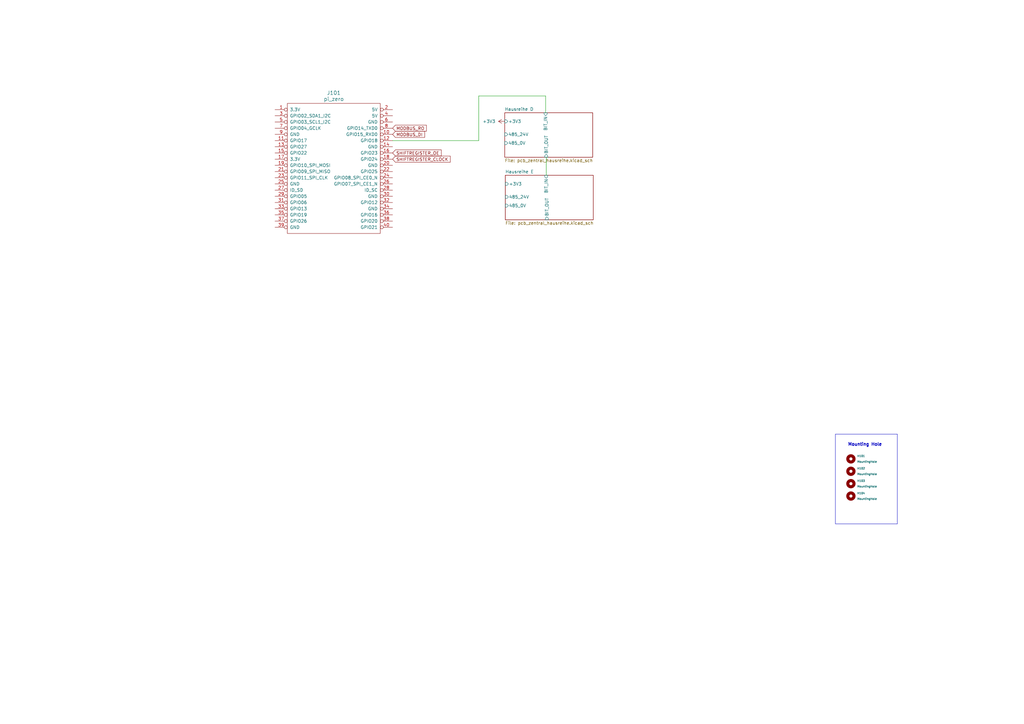
<source format=kicad_sch>
(kicad_sch (version 20230121) (generator eeschema)
  (paper "A3")
  (title_block (title "Heizung Pünterswis - pcb_zentral") (date "2023-11-19") (rev "0.1") (company "www.positron.ch") (comment 1 "Released under MIT Open-source License") (comment 2 "Based on work from Vishnu Mohanan, CIRCUITSTATE Electronics LLP"))
  (lib_symbols
    (symbol "00_project_library:MountingHole" (pin_names (offset 1.016))
      (property "Reference" "H" (at 0 5.08 0))
      (property "Value" "MountingHole" (at 0 3.175 0))
      (symbol "MountingHole_0_1"
        (circle (center 0 0) (radius 1.27) (stroke (width 1.27)))
      )
    )
    (symbol "00_project_library:pi_zero" (pin_names (offset 1.016))
      (property "Reference" "J" (at 19.05 6.35 0))
      (property "Value" "pi_zero" (at 19.05 3.81 0))
      (symbol "pi_zero_0_1"
        (rectangle (start 0 2.54) (end 38.1 -50.8))
      )
      (symbol "pi_zero_1_1"
        (pin power_in inverted (at -5.08 0 0) (length 5.08) (name "3.3V") (number "1"))
        (pin bidirectional inverted (at 43.18 -10.16 180) (length 5.08) (name "GPIO15_RXD0") (number "10"))
        (pin bidirectional inverted (at -5.08 -12.7 0) (length 5.08) (name "GPIO17") (number "11"))
        (pin bidirectional inverted (at 43.18 -12.7 180) (length 5.08) (name "GPIO18") (number "12"))
        (pin bidirectional inverted (at -5.08 -15.24 0) (length 5.08) (name "GPIO27") (number "13"))
        (pin power_in inverted (at 43.18 -15.24 180) (length 5.08) (name "GND") (number "14"))
        (pin bidirectional inverted (at -5.08 -17.78 0) (length 5.08) (name "GPIO22") (number "15"))
        (pin bidirectional inverted (at 43.18 -17.78 180) (length 5.08) (name "GPIO23") (number "16"))
        (pin power_in inverted (at -5.08 -20.32 0) (length 5.08) (name "3.3V") (number "17"))
        (pin bidirectional inverted (at 43.18 -20.32 180) (length 5.08) (name "GPIO24") (number "18"))
        (pin bidirectional inverted (at -5.08 -22.86 0) (length 5.08) (name "GPIO10_SPI_MOSI") (number "19"))
        (pin power_in inverted (at 43.18 0 180) (length 5.08) (name "5V") (number "2"))
        (pin power_in inverted (at 43.18 -22.86 180) (length 5.08) (name "GND") (number "20"))
        (pin bidirectional inverted (at -5.08 -25.4 0) (length 5.08) (name "GPIO09_SPI_MISO") (number "21"))
        (pin bidirectional inverted (at 43.18 -25.4 180) (length 5.08) (name "GPIO25") (number "22"))
        (pin bidirectional inverted (at -5.08 -27.94 0) (length 5.08) (name "GPIO11_SPI_CLK") (number "23"))
        (pin bidirectional inverted (at 43.18 -27.94 180) (length 5.08) (name "GPIO08_SPI_CE0_N") (number "24"))
        (pin power_in inverted (at -5.08 -30.48 0) (length 5.08) (name "GND") (number "25"))
        (pin bidirectional inverted (at 43.18 -30.48 180) (length 5.08) (name "GPIO07_SPI_CE1_N") (number "26"))
        (pin bidirectional inverted (at -5.08 -33.02 0) (length 5.08) (name "ID_SD") (number "27"))
        (pin bidirectional inverted (at 43.18 -33.02 180) (length 5.08) (name "ID_SC") (number "28"))
        (pin bidirectional inverted (at -5.08 -35.56 0) (length 5.08) (name "GPIO05") (number "29"))
        (pin bidirectional inverted (at -5.08 -2.54 0) (length 5.08) (name "GPIO02_SDA1_I2C") (number "3"))
        (pin power_in inverted (at 43.18 -35.56 180) (length 5.08) (name "GND") (number "30"))
        (pin bidirectional inverted (at -5.08 -38.1 0) (length 5.08) (name "GPIO06") (number "31"))
        (pin bidirectional inverted (at 43.18 -38.1 180) (length 5.08) (name "GPIO12") (number "32"))
        (pin bidirectional inverted (at -5.08 -40.64 0) (length 5.08) (name "GPIO13") (number "33"))
        (pin power_in inverted (at 43.18 -40.64 180) (length 5.08) (name "GND") (number "34"))
        (pin bidirectional inverted (at -5.08 -43.18 0) (length 5.08) (name "GPIO19") (number "35"))
        (pin bidirectional inverted (at 43.18 -43.18 180) (length 5.08) (name "GPIO16") (number "36"))
        (pin bidirectional inverted (at -5.08 -45.72 0) (length 5.08) (name "GPIO26") (number "37"))
        (pin bidirectional inverted (at 43.18 -45.72 180) (length 5.08) (name "GPIO20") (number "38"))
        (pin power_in inverted (at -5.08 -48.26 0) (length 5.08) (name "GND") (number "39"))
        (pin power_in inverted (at 43.18 -2.54 180) (length 5.08) (name "5V") (number "4"))
        (pin bidirectional inverted (at 43.18 -48.26 180) (length 5.08) (name "GPIO21") (number "40"))
        (pin bidirectional inverted (at -5.08 -5.08 0) (length 5.08) (name "GPIO03_SCL1_I2C") (number "5"))
        (pin power_in inverted (at 43.18 -5.08 180) (length 5.08) (name "GND") (number "6"))
        (pin bidirectional inverted (at -5.08 -7.62 0) (length 5.08) (name "GPIO04_GCLK") (number "7"))
        (pin bidirectional inverted (at 43.18 -7.62 180) (length 5.08) (name "GPIO14_TXD0") (number "8"))
        (pin power_in inverted (at -5.08 -10.16 0) (length 5.08) (name "GND") (number "9"))
      )
    )
    (symbol "power:+3V3" (power) (pin_names (offset 0))
      (property "Value" "+3V3" (at 0 3.556 0))
      (symbol "+3V3_0_1"
        (polyline (pts (xy -0.762 1.27) (xy 0 2.54)))
        (polyline (pts (xy 0 0) (xy 0 2.54)))
        (polyline (pts (xy 0 2.54) (xy 0.762 1.27)))
      )
      (symbol "+3V3_1_1"
        (pin power_in line (at 0 0 90) (length 0) hide (name "+3V3") (number "1"))
      )
    )
  )
  (wire (pts (xy 223.774 39.37) (xy 223.774 46.228)))
  (wire (pts (xy 196.342 57.658) (xy 196.342 39.37)))
  (wire (pts (xy 161.036 57.658) (xy 196.342 57.658)))
  (wire (pts (xy 196.342 39.37) (xy 223.774 39.37)))
  (wire (pts (xy 224.028 64.516) (xy 224.028 71.882)))
  (rectangle (start 342.646 178.054) (end 368.046 214.884))
  (text "Mounting Hole" (at 347.726 183.134 0) (effects (font (size 1.27 1.27) (thickness 0.254) bold) (justify left bottom)))
  (global_label "MODBUS_DI" (shape input) (at 161.036 55.118 0) (property "Intersheetrefs" "${INTERSHEET_REFS}" (effects hide)))
  (global_label "SHIFTREGISTER_CLOCK" (shape input) (at 161.036 65.278 0) (property "Intersheetrefs" "${INTERSHEET_REFS}" (effects hide)))
  (global_label "SHIFTREGISTER_OE" (shape input) (at 161.036 62.738 0) (property "Intersheetrefs" "${INTERSHEET_REFS}" (effects hide)))
  (global_label "MODBUS_RO" (shape input) (at 161.036 52.578 0) (property "Intersheetrefs" "${INTERSHEET_REFS}" (effects hide)))
  (symbol (lib_id "00_project_library:pi_zero") (at 117.856 44.958 0) (unit 1)
    (property "Reference" "J101" (at 136.906 38.1 0) (effects (font (size 1.524 1.524))))
    (property "Value" "pi_zero" (at 136.906 40.64 0) (effects (font (size 1.524 1.524))))
    (property "Footprint" "00_project_library:rpi_zero_bottom" (effects hide))
  )
  (symbol (lib_id "00_project_library:MountingHole") (at 348.996 198.374 0) (unit 1)
    (property "Reference" "H103" (at 351.536 197.2056 0) (effects (font (size 0.8 0.8)) (justify left)))
    (property "Value" "MountingHole" (at 351.536 199.517 0) (effects (font (size 0.8 0.8)) (justify left)))
    (property "Footprint" "MountingHole:MountingHole_3.2mm_M3" (effects hide))
  )
  (symbol (lib_id "00_project_library:MountingHole") (at 348.996 188.214 0) (unit 1)
    (property "Reference" "H101" (at 351.536 187.0456 0) (effects (font (size 0.8 0.8)) (justify left)))
    (property "Value" "MountingHole" (at 351.536 189.357 0) (effects (font (size 0.8 0.8)) (justify left)))
    (property "Footprint" "MountingHole:MountingHole_3.2mm_M3" (effects hide))
  )
  (symbol (lib_id "00_project_library:MountingHole") (at 348.996 203.454 0) (unit 1)
    (property "Reference" "H104" (at 351.536 202.2856 0) (effects (font (size 0.8 0.8)) (justify left)))
    (property "Value" "MountingHole" (at 351.536 204.597 0) (effects (font (size 0.8 0.8)) (justify left)))
    (property "Footprint" "MountingHole:MountingHole_3.2mm_M3" (effects hide))
  )
  (symbol (lib_id "power:+3V3") (at 207.01 49.784 90) (unit 1)
    (property "Reference" "#PWR0101" (effects hide))
    (property "Value" "+3V3" (at 203.2 49.784 90) (effects (justify left)))
  )
  (symbol (lib_id "00_project_library:MountingHole") (at 348.996 193.294 0) (unit 1)
    (property "Reference" "H102" (at 351.536 192.1256 0) (effects (font (size 0.8 0.8)) (justify left)))
    (property "Value" "MountingHole" (at 351.536 194.437 0) (effects (font (size 0.8 0.8)) (justify left)))
    (property "Footprint" "MountingHole:MountingHole_3.2mm_M3" (effects hide))
  )
  (sheet (at 207.264 71.882) (size 36.068 18.288) (stroke (width 0.1524))
    (property "Sheetname" "Hausreihe E" (at 207.264 71.1704 0) (effects (justify left bottom)))
    (property "Sheetfile" "pcb_zentral_hausreihe.kicad_sch" (at 207.264 90.7546 0) (effects (justify left top)))
    (pin "485_0V" input (at 207.264 84.328 180))
    (pin "485_24V" input (at 207.264 80.772 180))
    (pin "+3V3" input (at 207.264 75.438 180))
    (pin "BIT_OUT" input (at 224.282 90.17 270))
    (pin "BIT_IN" input (at 224.028 71.882 90))
  )
  (sheet (at 207.01 46.228) (size 36.068 18.288) (stroke (width 0.1524))
    (property "Sheetname" "Hausreihe D" (at 207.01 45.5164 0) (effects (justify left bottom)))
    (property "Sheetfile" "pcb_zentral_hausreihe.kicad_sch" (at 207.01 65.1006 0) (effects (justify left top)))
    (pin "485_0V" input (at 207.01 58.674 180))
    (pin "485_24V" input (at 207.01 55.118 180))
    (pin "+3V3" input (at 207.01 49.784 180))
    (pin "BIT_OUT" input (at 224.028 64.516 270))
    (pin "BIT_IN" input (at 223.774 46.228 90))
  )
)
</source>
